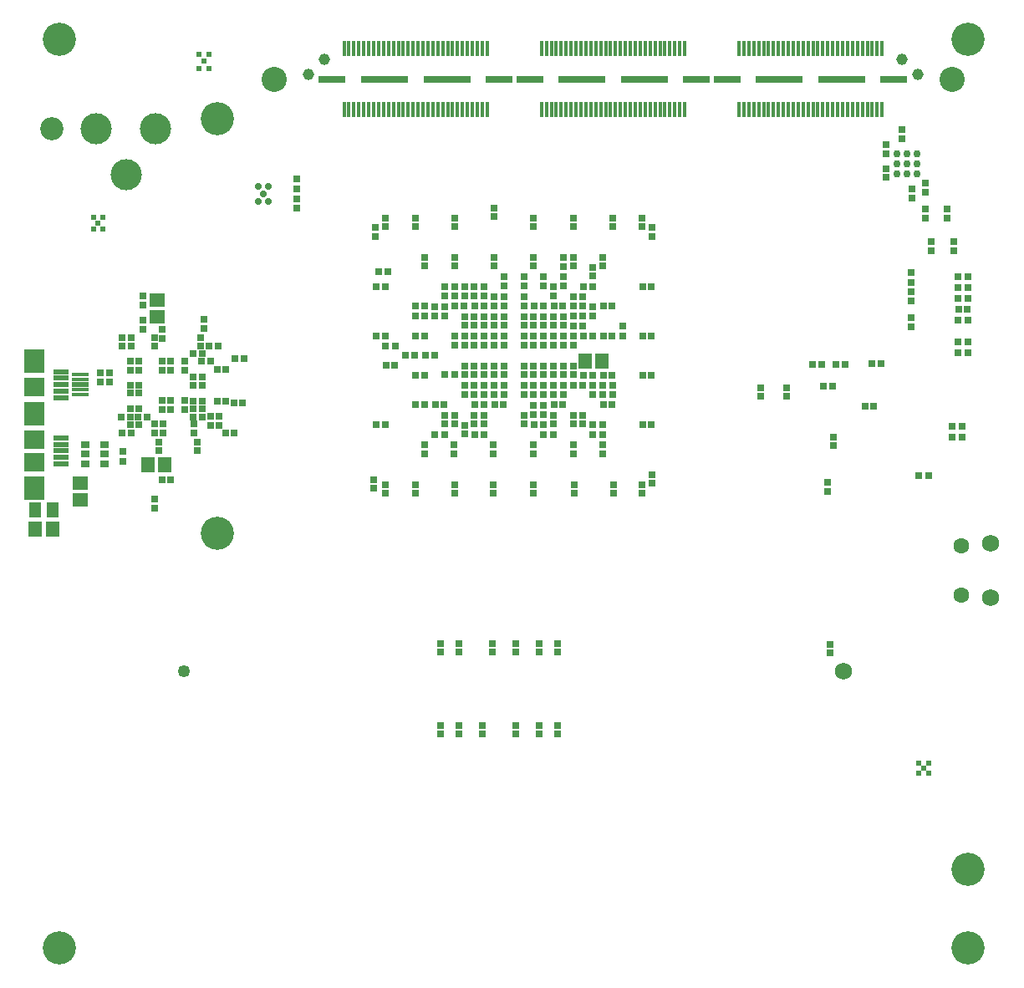
<source format=gbs>
G04 (created by PCBNEW-RS274X (2012-05-21 BZR 3261)-stable) date Tue 07 May 2013 04:43:39 PM PDT*
G01*
G70*
G90*
%MOIN*%
G04 Gerber Fmt 3.4, Leading zero omitted, Abs format*
%FSLAX34Y34*%
G04 APERTURE LIST*
%ADD10C,0.006500*%
%ADD11C,0.132000*%
%ADD12C,0.023700*%
%ADD13C,0.029600*%
%ADD14R,0.030400X0.028400*%
%ADD15R,0.030400X0.030400*%
%ADD16R,0.053200X0.063100*%
%ADD17R,0.063100X0.053200*%
%ADD18R,0.051300X0.063100*%
%ADD19C,0.124100*%
%ADD20C,0.092600*%
%ADD21R,0.037500X0.027700*%
%ADD22R,0.028400X0.030400*%
%ADD23C,0.029000*%
%ADD24R,0.032600X0.013900*%
%ADD25R,0.067000X0.021700*%
%ADD26R,0.059100X0.021700*%
%ADD27R,0.080800X0.076900*%
%ADD28R,0.080800X0.096600*%
%ADD29C,0.080800*%
%ADD30C,0.069000*%
%ADD31C,0.049300*%
%ADD32R,0.017800X0.063100*%
%ADD33R,0.106000X0.031200*%
%ADD34R,0.191000X0.031200*%
%ADD35C,0.046200*%
%ADD36C,0.045400*%
%ADD37C,0.100000*%
%ADD38C,0.063100*%
G04 APERTURE END LIST*
G54D10*
G54D11*
X39370Y-22047D03*
X33071Y-18898D03*
X69291Y-18898D03*
X39370Y-38583D03*
X33071Y-55118D03*
X69291Y-51968D03*
X69291Y-55118D03*
G54D12*
X67321Y-48150D03*
X67321Y-47756D03*
X67518Y-47953D03*
X67715Y-48150D03*
X67715Y-47756D03*
G54D13*
X67245Y-24252D03*
X66851Y-24252D03*
X66457Y-24252D03*
X67245Y-23858D03*
X66851Y-23858D03*
X66457Y-23858D03*
X67245Y-23464D03*
X66851Y-23464D03*
X66457Y-23464D03*
G54D14*
X36850Y-37213D03*
X36850Y-37591D03*
X35590Y-35701D03*
X35590Y-35323D03*
G54D15*
X35571Y-31102D03*
X35925Y-31102D03*
G54D16*
X54035Y-31732D03*
X54705Y-31732D03*
X37264Y-35866D03*
X36594Y-35866D03*
G54D17*
X36968Y-29271D03*
X36968Y-29941D03*
G54D18*
X32087Y-37638D03*
X32795Y-37638D03*
G54D16*
X32776Y-38425D03*
X32106Y-38425D03*
G54D17*
X33898Y-36594D03*
X33898Y-37264D03*
G54D19*
X36890Y-22441D03*
X34528Y-22441D03*
X35709Y-24291D03*
G54D20*
X32756Y-22441D03*
G54D15*
X62047Y-32776D03*
X62047Y-33130D03*
X61023Y-32776D03*
X61023Y-33130D03*
G54D21*
X34104Y-35807D03*
X34104Y-35433D03*
X34104Y-35059D03*
X34872Y-35059D03*
X34872Y-35433D03*
X34872Y-35807D03*
G54D15*
X69271Y-29646D03*
X68917Y-29646D03*
G54D14*
X42520Y-24835D03*
X42520Y-24457D03*
X42520Y-25244D03*
X42520Y-25622D03*
G54D22*
X65441Y-31811D03*
X65819Y-31811D03*
X68905Y-30945D03*
X69283Y-30945D03*
X68905Y-29213D03*
X69283Y-29213D03*
X68905Y-28779D03*
X69283Y-28779D03*
X68905Y-31378D03*
X69283Y-31378D03*
X68905Y-28346D03*
X69283Y-28346D03*
X69283Y-30079D03*
X68905Y-30079D03*
X68669Y-34764D03*
X69047Y-34764D03*
X67709Y-36299D03*
X67331Y-36299D03*
X68669Y-34331D03*
X69047Y-34331D03*
G54D12*
X34783Y-26456D03*
X34429Y-26456D03*
X34606Y-26220D03*
X34783Y-25984D03*
X34429Y-25984D03*
X38619Y-19468D03*
X39013Y-19468D03*
X38816Y-19763D03*
X38619Y-20058D03*
X39013Y-20058D03*
G54D23*
X41181Y-25039D03*
X41378Y-24744D03*
X40984Y-24744D03*
X40984Y-25334D03*
X41378Y-25334D03*
G54D15*
X54331Y-29901D03*
X54331Y-29547D03*
X50000Y-29114D03*
X50000Y-28760D03*
X52362Y-28720D03*
X52362Y-28366D03*
X63779Y-43012D03*
X63779Y-43366D03*
G54D22*
X53945Y-32283D03*
X54323Y-32283D03*
G54D14*
X54331Y-32685D03*
X54331Y-33063D03*
G54D15*
X52913Y-42973D03*
X52913Y-43327D03*
X52913Y-46240D03*
X52913Y-46594D03*
X52205Y-46240D03*
X52205Y-46594D03*
X51260Y-42973D03*
X51260Y-43327D03*
X51260Y-46240D03*
X51260Y-46594D03*
X50315Y-42973D03*
X50315Y-43327D03*
X49921Y-46240D03*
X49921Y-46594D03*
X48976Y-42973D03*
X48976Y-43327D03*
X48976Y-46240D03*
X48976Y-46594D03*
X48268Y-42973D03*
X48268Y-43327D03*
X48268Y-46240D03*
X48268Y-46594D03*
X52205Y-42973D03*
X52205Y-43327D03*
X47264Y-30709D03*
X47618Y-30709D03*
X45689Y-30709D03*
X46043Y-30709D03*
X48425Y-29547D03*
X48425Y-29901D03*
X47264Y-29527D03*
X47618Y-29527D03*
X45689Y-28740D03*
X46043Y-28740D03*
X45669Y-26398D03*
X45669Y-26752D03*
G54D22*
X48417Y-34646D03*
X48039Y-34646D03*
X45795Y-28150D03*
X46173Y-28150D03*
X47236Y-31496D03*
X46858Y-31496D03*
X47252Y-29921D03*
X47630Y-29921D03*
G54D14*
X48031Y-29535D03*
X48031Y-29913D03*
G54D22*
X46449Y-31102D03*
X46071Y-31102D03*
X48024Y-31496D03*
X47646Y-31496D03*
X48433Y-32244D03*
X48811Y-32244D03*
G54D14*
X63701Y-36543D03*
X63701Y-36921D03*
G54D15*
X45689Y-34252D03*
X46043Y-34252D03*
X47264Y-33465D03*
X47618Y-33465D03*
X48051Y-33465D03*
X48405Y-33465D03*
X47264Y-32283D03*
X47618Y-32283D03*
X46083Y-31890D03*
X46437Y-31890D03*
X45590Y-36437D03*
X45590Y-36791D03*
X49626Y-34646D03*
X49980Y-34646D03*
X50000Y-34232D03*
X50000Y-33878D03*
X52362Y-33838D03*
X52362Y-33484D03*
X55118Y-33051D03*
X55118Y-32697D03*
X54724Y-32697D03*
X54724Y-33051D03*
X51575Y-33878D03*
X51575Y-34232D03*
X52362Y-32264D03*
X52362Y-31910D03*
X53150Y-32264D03*
X53150Y-31910D03*
X49212Y-32697D03*
X49212Y-33051D03*
X50000Y-32697D03*
X50000Y-33051D03*
X50787Y-32697D03*
X50787Y-33051D03*
X51968Y-32697D03*
X51968Y-33051D03*
X52756Y-32697D03*
X52756Y-33051D03*
X49606Y-33051D03*
X49606Y-32697D03*
X52362Y-33051D03*
X52362Y-32697D03*
X53150Y-33051D03*
X53150Y-32697D03*
X50394Y-33051D03*
X50394Y-32697D03*
X49980Y-33465D03*
X49626Y-33465D03*
X50767Y-33465D03*
X50413Y-33465D03*
X52776Y-33465D03*
X53130Y-33465D03*
X48425Y-33878D03*
X48425Y-34232D03*
X53937Y-29154D03*
X53937Y-29508D03*
X48425Y-29114D03*
X48425Y-28760D03*
X53937Y-33878D03*
X53937Y-34232D03*
X48819Y-33878D03*
X48819Y-34232D03*
X53543Y-29154D03*
X53543Y-29508D03*
X48819Y-29114D03*
X48819Y-28760D03*
X53543Y-33878D03*
X53543Y-34232D03*
X51575Y-33051D03*
X51575Y-32697D03*
X35059Y-32539D03*
X34705Y-32539D03*
X35059Y-32185D03*
X34705Y-32185D03*
G54D24*
X33726Y-33050D03*
X33726Y-32853D03*
G54D25*
X33898Y-32656D03*
G54D24*
X33726Y-32459D03*
X33726Y-32262D03*
X34070Y-32262D03*
X34070Y-32459D03*
X34070Y-32853D03*
X34070Y-33050D03*
G54D26*
X33120Y-35806D03*
X33120Y-35550D03*
X33120Y-35294D03*
X33120Y-35038D03*
X33120Y-34782D03*
X33120Y-33168D03*
X33120Y-32912D03*
X33120Y-32656D03*
X33120Y-32400D03*
X33120Y-32144D03*
G54D27*
X32067Y-35747D03*
X32067Y-34841D03*
G54D28*
X32067Y-33818D03*
G54D27*
X32067Y-32735D03*
G54D28*
X32067Y-31711D03*
X32067Y-36770D03*
G54D29*
X32067Y-31770D03*
X32067Y-36711D03*
G54D15*
X55098Y-29527D03*
X54744Y-29527D03*
X56673Y-28740D03*
X56319Y-28740D03*
X56693Y-26398D03*
X56693Y-26752D03*
X53917Y-29921D03*
X53563Y-29921D03*
X55098Y-30709D03*
X54744Y-30709D03*
X56673Y-30709D03*
X56319Y-30709D03*
X51575Y-32264D03*
X51575Y-31910D03*
X50394Y-32264D03*
X50394Y-31910D03*
X49606Y-32264D03*
X49606Y-31910D03*
X53543Y-31910D03*
X53543Y-32264D03*
X52756Y-31910D03*
X52756Y-32264D03*
X51968Y-31910D03*
X51968Y-32264D03*
X50787Y-31910D03*
X50787Y-32264D03*
X50000Y-31910D03*
X50000Y-32264D03*
X66653Y-22854D03*
X66653Y-22500D03*
X67047Y-24862D03*
X67047Y-25216D03*
X66024Y-24036D03*
X66024Y-24390D03*
X66024Y-23445D03*
X66024Y-23091D03*
X67598Y-24626D03*
X67598Y-24980D03*
G54D14*
X67598Y-25638D03*
X67598Y-26016D03*
X68464Y-25638D03*
X68464Y-26016D03*
G54D30*
X64331Y-44094D03*
G54D31*
X38031Y-44094D03*
G54D32*
X65866Y-19255D03*
X65866Y-21689D03*
X65669Y-19255D03*
X65669Y-21689D03*
X65473Y-19255D03*
X65473Y-21689D03*
X65276Y-19255D03*
X65276Y-21689D03*
X65079Y-19255D03*
X65079Y-21689D03*
X64882Y-19255D03*
X64882Y-21689D03*
X64685Y-19255D03*
X64685Y-21689D03*
X64488Y-19255D03*
X64488Y-21689D03*
X64292Y-19255D03*
X64292Y-21689D03*
X64095Y-19255D03*
X64095Y-21689D03*
X63898Y-19255D03*
X63898Y-21689D03*
X63701Y-19255D03*
X63701Y-21689D03*
X63504Y-19255D03*
X63504Y-21689D03*
X63307Y-19255D03*
X63307Y-21689D03*
X63110Y-19255D03*
X63110Y-21689D03*
X62914Y-19255D03*
X62914Y-21689D03*
X62717Y-19255D03*
X62717Y-21689D03*
X62520Y-19255D03*
X62520Y-21689D03*
X62323Y-19255D03*
X62323Y-21689D03*
X62126Y-19255D03*
X62126Y-21689D03*
X61929Y-19255D03*
X61929Y-21689D03*
X61732Y-19255D03*
X61732Y-21689D03*
X61536Y-19255D03*
X61536Y-21689D03*
X61339Y-19255D03*
X61339Y-21689D03*
X61142Y-19255D03*
X61142Y-21689D03*
X60945Y-19255D03*
X60945Y-21689D03*
X60748Y-19255D03*
X60748Y-21689D03*
X60551Y-19255D03*
X60551Y-21689D03*
X60355Y-19255D03*
X60355Y-21689D03*
X60158Y-19255D03*
X60158Y-21689D03*
G54D33*
X66337Y-20472D03*
G54D34*
X64262Y-20472D03*
X61762Y-20472D03*
G54D33*
X59687Y-20472D03*
G54D32*
X57992Y-19255D03*
X57992Y-21689D03*
X57795Y-19255D03*
X57795Y-21689D03*
X57599Y-19255D03*
X57599Y-21689D03*
X57402Y-19255D03*
X57402Y-21689D03*
X57205Y-19255D03*
X57205Y-21689D03*
X57008Y-19255D03*
X57008Y-21689D03*
X56811Y-19255D03*
X56811Y-21689D03*
X56614Y-19255D03*
X56614Y-21689D03*
X56418Y-19255D03*
X56418Y-21689D03*
X56221Y-19255D03*
X56221Y-21689D03*
X56024Y-19255D03*
X56024Y-21689D03*
X55827Y-19255D03*
X55827Y-21689D03*
X55630Y-19255D03*
X55630Y-21689D03*
X55433Y-19255D03*
X55433Y-21689D03*
X55236Y-19255D03*
X55236Y-21689D03*
X55040Y-19255D03*
X55040Y-21689D03*
X54843Y-19255D03*
X54843Y-21689D03*
X54646Y-19255D03*
X54646Y-21689D03*
X54449Y-19255D03*
X54449Y-21689D03*
X54252Y-19255D03*
X54252Y-21689D03*
X54055Y-19255D03*
X54055Y-21689D03*
X53858Y-19255D03*
X53858Y-21689D03*
X53662Y-19255D03*
X53662Y-21689D03*
X53465Y-19255D03*
X53465Y-21689D03*
X53268Y-19255D03*
X53268Y-21689D03*
X53071Y-19255D03*
X53071Y-21689D03*
X52874Y-19255D03*
X52874Y-21689D03*
X52677Y-19255D03*
X52677Y-21689D03*
X52481Y-19255D03*
X52481Y-21689D03*
X52284Y-19255D03*
X52284Y-21689D03*
G54D33*
X58463Y-20472D03*
G54D34*
X56388Y-20472D03*
X53888Y-20472D03*
G54D33*
X51813Y-20472D03*
G54D32*
X50118Y-19255D03*
X50118Y-21689D03*
X49921Y-19255D03*
X49921Y-21689D03*
X49725Y-19255D03*
X49725Y-21689D03*
X49528Y-19255D03*
X49528Y-21689D03*
X49331Y-19255D03*
X49331Y-21689D03*
X49134Y-19255D03*
X49134Y-21689D03*
X48937Y-19255D03*
X48937Y-21689D03*
X48740Y-19255D03*
X48740Y-21689D03*
X48544Y-19255D03*
X48544Y-21689D03*
X48347Y-19255D03*
X48347Y-21689D03*
X48150Y-19255D03*
X48150Y-21689D03*
X47953Y-19255D03*
X47953Y-21689D03*
X47756Y-19255D03*
X47756Y-21689D03*
X47559Y-19255D03*
X47559Y-21689D03*
X47362Y-19255D03*
X47362Y-21689D03*
X47166Y-19255D03*
X47166Y-21689D03*
X46969Y-19255D03*
X46969Y-21689D03*
X46772Y-19255D03*
X46772Y-21689D03*
X46575Y-19255D03*
X46575Y-21689D03*
X46378Y-19255D03*
X46378Y-21689D03*
X46181Y-19255D03*
X46181Y-21689D03*
X45984Y-19255D03*
X45984Y-21689D03*
X45788Y-19255D03*
X45788Y-21689D03*
X45591Y-19255D03*
X45591Y-21689D03*
X45394Y-19255D03*
X45394Y-21689D03*
X45197Y-19255D03*
X45197Y-21689D03*
X45000Y-19255D03*
X45000Y-21689D03*
X44803Y-19255D03*
X44803Y-21689D03*
X44607Y-19255D03*
X44607Y-21689D03*
X44410Y-19255D03*
X44410Y-21689D03*
G54D33*
X50589Y-20472D03*
G54D34*
X48514Y-20472D03*
X46014Y-20472D03*
G54D33*
X43939Y-20472D03*
G54D35*
X66650Y-19673D03*
X43626Y-19673D03*
G54D36*
X67282Y-20271D03*
X42994Y-20271D03*
G54D37*
X68654Y-20472D03*
X41622Y-20472D03*
G54D15*
X49606Y-34232D03*
X49606Y-33878D03*
X47638Y-35413D03*
X47638Y-35059D03*
X48779Y-35413D03*
X48779Y-35059D03*
X50354Y-35413D03*
X50354Y-35059D03*
X46063Y-36988D03*
X46063Y-36634D03*
X47244Y-36988D03*
X47244Y-36634D03*
X48819Y-36988D03*
X48819Y-36634D03*
X50354Y-36988D03*
X50354Y-36634D03*
X49212Y-34626D03*
X49212Y-34272D03*
X52756Y-34232D03*
X52756Y-33878D03*
X51968Y-35413D03*
X51968Y-35059D03*
X53543Y-35413D03*
X53543Y-35059D03*
X54724Y-35413D03*
X54724Y-35059D03*
X51968Y-36988D03*
X51968Y-36634D03*
X53583Y-36988D03*
X53583Y-36634D03*
X55157Y-36988D03*
X55157Y-36634D03*
X56299Y-36988D03*
X56299Y-36634D03*
X51968Y-33838D03*
X51968Y-33484D03*
X56673Y-34252D03*
X56319Y-34252D03*
X56693Y-36594D03*
X56693Y-36240D03*
X55098Y-32283D03*
X54744Y-32283D03*
X56673Y-32283D03*
X56319Y-32283D03*
X53917Y-32677D03*
X53563Y-32677D03*
X55098Y-33465D03*
X54744Y-33465D03*
X48839Y-29527D03*
X49193Y-29527D03*
X49626Y-29527D03*
X49980Y-29527D03*
X51968Y-29941D03*
X51968Y-30295D03*
X52342Y-29527D03*
X51988Y-29527D03*
X53130Y-29527D03*
X52776Y-29527D03*
X49212Y-29941D03*
X49212Y-30295D03*
X50000Y-29941D03*
X50000Y-30295D03*
X50787Y-29941D03*
X50787Y-30295D03*
X52756Y-29941D03*
X52756Y-30295D03*
X53543Y-30728D03*
X53543Y-31082D03*
X49606Y-30295D03*
X49606Y-29941D03*
X50394Y-30295D03*
X50394Y-29941D03*
X51575Y-30295D03*
X51575Y-29941D03*
X52362Y-30295D03*
X52362Y-29941D03*
X53150Y-30295D03*
X53150Y-29941D03*
X49212Y-30728D03*
X49212Y-31082D03*
X50000Y-30728D03*
X50000Y-31082D03*
X50787Y-30728D03*
X50787Y-31082D03*
X51968Y-30728D03*
X51968Y-31082D03*
X52756Y-30728D03*
X52756Y-31082D03*
X48819Y-31082D03*
X48819Y-30728D03*
X49606Y-31082D03*
X49606Y-30728D03*
X50394Y-31082D03*
X50394Y-30728D03*
X51575Y-31082D03*
X51575Y-30728D03*
X52362Y-31082D03*
X52362Y-30728D03*
X53150Y-31082D03*
X53150Y-30728D03*
X49212Y-31910D03*
X49212Y-32264D03*
G54D14*
X54724Y-34260D03*
X54724Y-34638D03*
X54331Y-34260D03*
X54331Y-34638D03*
G54D22*
X52748Y-34646D03*
X52370Y-34646D03*
X52354Y-34252D03*
X51976Y-34252D03*
G54D14*
X53150Y-27945D03*
X53150Y-27567D03*
X53150Y-28354D03*
X53150Y-28732D03*
G54D15*
X51968Y-26004D03*
X51968Y-26358D03*
X51575Y-29154D03*
X51575Y-29508D03*
X52756Y-28760D03*
X52756Y-29114D03*
X54724Y-27579D03*
X54724Y-27933D03*
X53543Y-27579D03*
X53543Y-27933D03*
X51968Y-27579D03*
X51968Y-27933D03*
X56299Y-26004D03*
X56299Y-26358D03*
X55118Y-26004D03*
X55118Y-26358D03*
X53543Y-26004D03*
X53543Y-26358D03*
X46063Y-26004D03*
X46063Y-26358D03*
X50394Y-29154D03*
X50394Y-29508D03*
X49606Y-28760D03*
X49606Y-29114D03*
X50394Y-27579D03*
X50394Y-27933D03*
X48819Y-27579D03*
X48819Y-27933D03*
X47638Y-27579D03*
X47638Y-27933D03*
X50394Y-25964D03*
X50394Y-25610D03*
X48819Y-26004D03*
X48819Y-26358D03*
X47244Y-26004D03*
X47244Y-26358D03*
X36378Y-30452D03*
X36378Y-30098D03*
X38701Y-30768D03*
X38701Y-31122D03*
X37165Y-30453D03*
X37165Y-30807D03*
X39704Y-33307D03*
X39350Y-33307D03*
X39704Y-32047D03*
X39350Y-32047D03*
X36850Y-34232D03*
X36850Y-34586D03*
X38819Y-30413D03*
X38819Y-30059D03*
X40020Y-33386D03*
X40374Y-33386D03*
X36240Y-33622D03*
X35886Y-33622D03*
X38543Y-34941D03*
X38543Y-35295D03*
X38425Y-34586D03*
X38425Y-34232D03*
X39094Y-34271D03*
X39094Y-33917D03*
X37205Y-34232D03*
X37205Y-34586D03*
X35571Y-30787D03*
X35925Y-30787D03*
X35925Y-34567D03*
X35571Y-34567D03*
X36555Y-33937D03*
X36201Y-33937D03*
X36240Y-34252D03*
X35886Y-34252D03*
X35905Y-31713D03*
X35905Y-32067D03*
X35886Y-32677D03*
X36240Y-32677D03*
X35886Y-32992D03*
X36240Y-32992D03*
X35886Y-33937D03*
X35532Y-33937D03*
X38760Y-33307D03*
X38406Y-33307D03*
X39389Y-31102D03*
X39035Y-31102D03*
X37480Y-33641D03*
X37480Y-33287D03*
X37165Y-31713D03*
X37165Y-32067D03*
X38071Y-31713D03*
X38071Y-32067D03*
X37165Y-33641D03*
X37165Y-33287D03*
X39409Y-34271D03*
X39409Y-33917D03*
X38760Y-32362D03*
X38406Y-32362D03*
X38406Y-31417D03*
X38760Y-31417D03*
X38760Y-32677D03*
X38406Y-32677D03*
X38760Y-33622D03*
X38406Y-33622D03*
X39685Y-34586D03*
X40039Y-34586D03*
X38760Y-33937D03*
X38406Y-33937D03*
X38071Y-33641D03*
X38071Y-33287D03*
X39075Y-31732D03*
X38721Y-31732D03*
X37480Y-31713D03*
X37480Y-32067D03*
X37008Y-34941D03*
X37008Y-35295D03*
X36850Y-30768D03*
X36850Y-31122D03*
X36220Y-31713D03*
X36220Y-32067D03*
X40059Y-31614D03*
X40413Y-31614D03*
X37146Y-36457D03*
X37500Y-36457D03*
X36378Y-29114D03*
X36378Y-29468D03*
G54D14*
X51575Y-28354D03*
X51575Y-28732D03*
X67008Y-29323D03*
X67008Y-28945D03*
X67008Y-29968D03*
X67008Y-30346D03*
G54D22*
X63457Y-31850D03*
X63079Y-31850D03*
X64023Y-31850D03*
X64401Y-31850D03*
X63512Y-32716D03*
X63890Y-32716D03*
G54D14*
X49212Y-28748D03*
X49212Y-29126D03*
X50787Y-28354D03*
X50787Y-28732D03*
G54D22*
X54323Y-30709D03*
X53945Y-30709D03*
G54D14*
X55512Y-30323D03*
X55512Y-30701D03*
G54D22*
X53945Y-28740D03*
X54323Y-28740D03*
G54D14*
X67008Y-28575D03*
X67008Y-28197D03*
X68740Y-27315D03*
X68740Y-26937D03*
X67835Y-27315D03*
X67835Y-26937D03*
G54D15*
X63937Y-35098D03*
X63937Y-34744D03*
X65177Y-33504D03*
X65531Y-33504D03*
X54331Y-28327D03*
X54331Y-27973D03*
X50787Y-29154D03*
X50787Y-29508D03*
X53917Y-30315D03*
X53563Y-30315D03*
G54D30*
X70197Y-41161D03*
X70197Y-38995D03*
G54D38*
X69027Y-41057D03*
X69027Y-39099D03*
M02*

</source>
